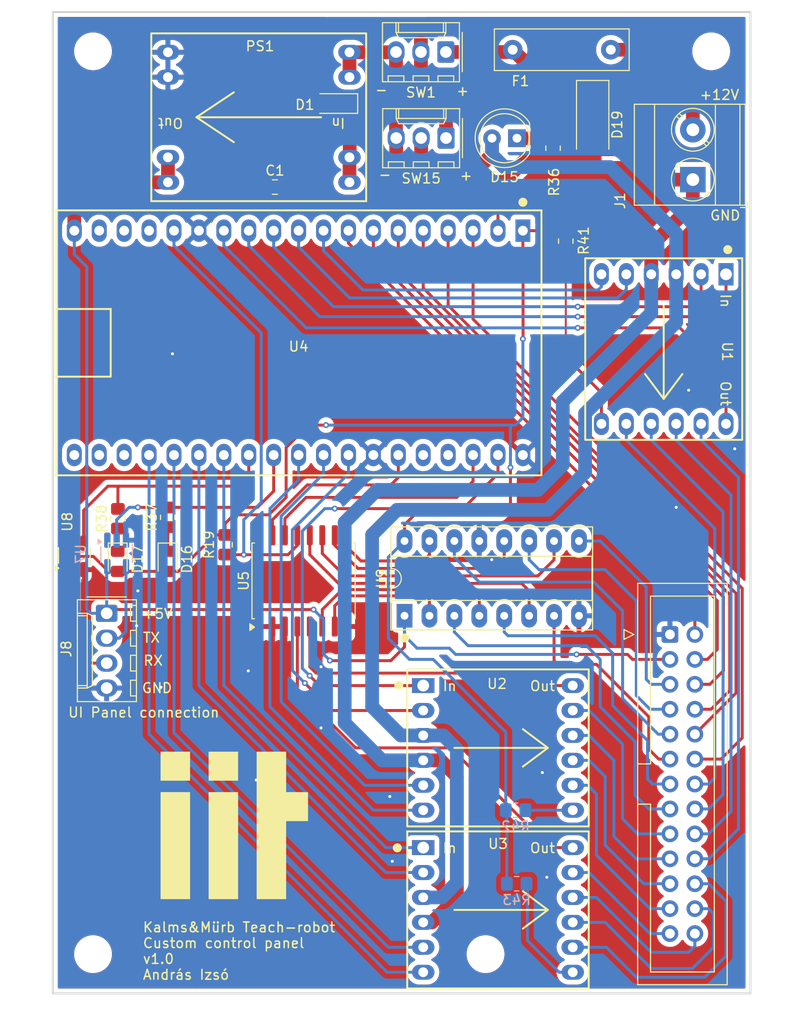
<source format=kicad_pcb>
(kicad_pcb (version 20240108) (generator "pcbnew") (generator_version "8.0")
  (layers (0 "F.Cu" signal) (31 "B.Cu" signal) (36 "B.SilkS" user "B.Silkscreen") (37 "F.SilkS" user "F.Silkscreen") (38 "B.Mask" user) (39 "F.Mask" user) (44 "Edge.Cuts" user))
  (net 0 "")
  (net 1 "GND")
  (net 2 "Net-(U4-RESET{slash}EN)")
  (net 3 "Net-(J1-Pin_2)")
  (net 6 "Net-(D1-A)")
  (net 7 "Net-(D1-K)")
  (net 8 "Net-(D15-K)")
  (net 9 "VCC")
  (net 10 "+3V3")
  (net 11 "Net-(D16-K)")
  (net 12 "Net-(D17-K)")
  (net 13 "+15V")
  (net 14 "GNDPWR")
  (net 15 "+5V")
  (net 16 "/UI_RX_5v")
  (net 17 "/UI_TX_5v")
  (net 18 "/Mot4_LIMIT_IN")
  (net 19 "/Mot3_OUT2")
  (net 20 "/Mot5_OUT2")
  (net 21 "/Mot3_LIMIT_IN")
  (net 22 "/Mot2_OUT2")
  (net 23 "/Mot1_LIMIT_IN")
  (net 24 "/Mot5_LIMIT_IN")
  (net 25 "/Mot1_OUT1")
  (net 26 "/Mot2_LIMIT_IN")
  (net 27 "/Mot6_OUT2")
  (net 28 "/Mot1_OUT2")
  (net 29 "/Mot4_OUT2")
  (net 30 "/Mot2_OUT1")
  (net 31 "/Mot5_OUT1")
  (net 32 "/Mot4_OUT1")
  (net 33 "/Mot3_OUT1")
  (net 34 "/Mot6_LIMIT_IN")
  (net 35 "/Mot6_OUT1")
  (net 36 "/UI_RX_3v3")
  (net 37 "/UI_TX_3v3")
  (net 38 "/Mot1_ENC")
  (net 39 "/Mot2_ENC")
  (net 40 "/Mot3_ENC")
  (net 41 "/Mot4_ENC")
  (net 42 "/Mot5_ENC")
  (net 43 "/Mot6_ENC")
  (net 44 "/Mot1_LIMIT")
  (net 45 "/Mot2_LIMIT")
  (net 46 "/extender_INT")
  (net 47 "/Mot3_LIMIT")
  (net 48 "/~{Sleep}_12")
  (net 49 "/~{Sleep}_34")
  (net 50 "/~{Sleep}_56")
  (net 51 "/Mot4_LIMIT")
  (net 52 "/Mot5_LIMIT")
  (net 53 "/Mot6_LIMIT")
  (net 54 "/mot2_B")
  (net 55 "/~{Fault}_12")
  (net 56 "/mot1_B")
  (net 57 "/mot2_A")
  (net 58 "/mot1_A")
  (net 59 "/mot4_B")
  (net 60 "/mot4_A")
  (net 61 "/mot3_B")
  (net 62 "/mot3_A")
  (net 63 "/~{Fault}_34")
  (net 64 "/mot6_B")
  (net 65 "/mot5_B")
  (net 66 "/mot6_A")
  (net 67 "/mot5_A")
  (net 68 "/~{Fault}_56")
  (net 72 "/SCL_3v3")
  (net 78 "/SDA_3v3")
  (footprint "IIT_5dof_arm:NodeMCU32S" (layer "F.Cu") (at 107.95 60.706 -90)
    (property "Reference" "U4")
    (property "Value" "~")
  )
  (footprint "MountingHole:MountingHole_3.2mm_M3" (layer "F.Cu") (at 87 123)
    (property "Reference" "REF**" (hide yes))
    (property "Value" "MountingHole_3.2mm_M3")
  )
  (footprint "Resistor_SMD:R_0805_2012Metric_Pad1.20x1.40mm_HandSolder" (layer "F.Cu") (at 100.457 81.28 90)
    (property "Reference" "R19")
    (property "Value" "10k")
  )
  (footprint "LED_SMD:LED_0805_2012Metric_Pad1.15x1.40mm_HandSolder" (layer "F.Cu") (at 94.5925 82.9695 -90)
    (property "Reference" "D16")
    (property "Value" "LED")
  )
  (footprint "MountingHole:MountingHole_3.2mm_M3" (layer "F.Cu") (at 127 123)
    (property "Reference" "REF**" (hide yes))
    (property "Value" "MountingHole_3.2mm_M3")
  )
  (footprint "Capacitor_THT:C_Rect_L13.5mm_W4.0mm_P10.00mm_FKS3_FKP3_MKS4" (layer "F.Cu") (at 139.7695 30.8385 180)
    (property "Reference" "F1")
    (property "Value" "30R500UF")
  )
  (footprint "IIT_5dof_arm:DSN-1504" (layer "F.Cu") (at 103.886 37.719 180)
    (property "Reference" "PS1")
    (property "Value" "~")
  )
  (footprint "Capacitor_SMD:C_0805_2012Metric_Pad1.18x1.45mm_HandSolder" (layer "F.Cu") (at 105.537 44.831)
    (property "Reference" "C1")
    (property "Value" "10nF")
  )
  (footprint "LED_SMD:LED_0805_2012Metric_Pad1.15x1.40mm_HandSolder" (layer "F.Cu") (at 89.5125 82.9695 -90)
    (property "Reference" "D17")
    (property "Value" "LED")
  )
  (footprint "IIT_5dof_arm:DRV8833-M" (layer "F.Cu") (at 145.161 61.341 -90)
    (property "Reference" "U1")
    (property "Value" "~")
  )
  (footprint "Resistor_SMD:R_0805_2012Metric_Pad1.20x1.40mm_HandSolder" (layer "F.Cu") (at 89.535 78.629 90)
    (property "Reference" "R38")
    (property "Value" "220")
  )
  (footprint "Resistor_SMD:R_0805_2012Metric_Pad1.20x1.40mm_HandSolder" (layer "F.Cu") (at 94.615 78.486 90)
    (property "Reference" "R37")
    (property "Value" "220")
  )
  (footprint "IIT_5dof_arm:IIT_logo_15x15mm" (layer "F.Cu") (at 101.3968 109.8804)
    (property "Reference" "G***" (hide yes))
    (property "Value" "LOGO" (hide yes))
  )
  (footprint "Diode_SMD:D_SOD-123F" (layer "F.Cu") (at 111.76 36.322 180)
    (property "Reference" "D1")
    (property "Value" "D_Schottky")
  )
  (footprint "Connector_IDC:IDC-Header_2x13_P2.54mm_Vertical" (layer "F.Cu") (at 145.796 90.424)
    (property "Reference" "J14" (hide yes))
    (property "Value" "Conn_02x13_Top_Bottom")
  )
  (footprint "Connector_Molex:Molex_KK-254_AE-6410-04A_1x04_P2.54mm_Vertical" (layer "F.Cu") (at 88.392 88.265 -90)
    (property "Reference" "J8")
    (property "Value" "Conn_01x04")
  )
  (footprint "TerminalBlock_Phoenix:TerminalBlock_Phoenix_MKDS-3-2-5.08_1x02_P5.08mm_Horizontal" (layer "F.Cu") (at 148.128 44.074 90)
    (property "Reference" "J1")
    (property "Value" "Screw_Terminal_01x02")
  )
  (footprint "Connector_Molex:Molex_KK-254_AE-6410-03A_1x03_P2.54mm_Vertical" (layer "F.Cu") (at 122.9585 31.0725 180)
    (property "Reference" "SW1")
    (property "Value" "SW_MAIN")
  )
  (footprint "IIT_5dof_arm:DRV8833-M" (layer "F.Cu") (at 128.27 101.981)
    (property "Reference" "U2")
    (property "Value" "~")
  )
  (footprint "Package_TO_SOT_SMD:SOT-23-5_HandSoldering" (layer "F.Cu") (at 85.09 82.47 90)
    (property "Reference" "U8")
    (property "Value" "SN74LV1T34DBV")
  )
  (footprint "Package_DIP:DIP-16_W7.62mm_Socket_LongPads" (layer "F.Cu") (at 118.745 88.519 90)
    (property "Reference" "U9")
    (property "Value" "4504")
  )
  (footprint "LED_THT:LED_D5.0mm" (layer "F.Cu") (at 130.2025 39.8555 180)
    (property "Reference" "D15")
    (property "Value" "LED")
  )
  (footprint "Diode_SMD:D_SMA_Handsoldering" (layer "F.Cu") (at 137.922 38.481 -90)
    (property "Reference" "D19")
    (property "Value" "SMAJ12A")
  )
  (footprint "MountingHole:MountingHole_3.2mm_M3" (layer "F.Cu") (at 87 31)
    (property "Reference" "REF**" (hide yes))
    (property "Value" "MountingHole_3.2mm_M3")
  )
  (footprint "Resistor_SMD:R_0805_2012Metric_Pad1.20x1.40mm_HandSolder" (layer "F.Cu") (at 133.8805 40.8715 -90)
    (property "Reference" "R36")
    (property "Value" "590")
  )
  (footprint "Package_SO:SOIC-16W_7.5x10.3mm_P1.27mm" (layer "F.Cu") (at 108.458 84.963 90)
    (property "Reference" "U5")
    (property "Value" "XL8574T")
  )
  (footprint "MountingHole:MountingHole_3.2mm_M3" (layer "F.Cu") (at 150 31)
    (property "Reference" "REF**" (hide yes))
    (property "Value" "MountingHole_3.2mm_M3")
  )
  (footprint "Connector_Molex:Molex_KK-254_AE-6410-03A_1x03_P2.54mm_Vertical" (layer "F.Cu") (at 122.9785 39.8355 180)
    (property "Reference" "SW15")
    (property "Value" "SW_MOT")
  )
  (footprint "Resistor_SMD:R_0805_2012Metric_Pad1.20x1.40mm_HandSolder" (layer "F.Cu") (at 135.1788 50.3428 -90)
    (property "Reference" "R41")
    (property "Value" "10k")
  )
  (footprint "IIT_5dof_arm:DRV8833-M" (layer "F.Cu") (at 128.27 118.491)
    (property "Reference" "U3")
    (property "Value" "~")
  )
  (footprint "Resistor_SMD:R_0805_2012Metric_Pad1.20x1.40mm_HandSolder" (layer "B.Cu") (at 130.064 108.331)
    (property "Reference" "R42")
    (property "Value" "10k")
  )
  (footprint "Resistor_SMD:R_0805_2012Metric_Pad1.20x1.40mm_HandSolder" (layer "B.Cu") (at 130.175 115.824)
    (property "Reference" "R43")
    (property "Value" "10k")
  )
  (footprint "Package_TO_SOT_SMD:SOT-23-5_HandSoldering" (layer "B.Cu") (at 89.408 82.169 -90)
    (property "Reference" "U7")
    (property "Value" "SN74LV1T34DBV")
  )
  (gr_circle (center 118.1608 95.6056) (end 118.570363 95.6056) (stroke (width 0.1)) (fill solid) (layer "F.SilkS"))
  (gr_circle (center 151.6888 51.2064) (end 152.098363 51.2064) (stroke (width 0.1)) (fill solid) (layer "F.SilkS"))
  (gr_circle (center 130.81 46.3804) (end 131.219563 46.3804) (stroke (width 0.1)) (fill solid) (layer "F.SilkS"))
  (gr_circle (center 118.0084 112.1664) (end 118.417963 112.1664) (stroke (width 0.1)) (fill solid) (layer "F.SilkS"))
  (gr_circle (center 118.7704 90.7796) (end 119.179963 90.7796) (stroke (width 0.1)) (fill solid) (layer "F.SilkS"))
  (gr_rect (start 82.9 27) (end 154 127) (stroke (width 0.2)) (fill none) (layer "Edge.Cuts"))
  (gr_text "UI Panel connection" (at 84.3788 98.9584 0) (layer "F.SilkS") (effects (font (size 1 1)) (justify left bottom)))
  (gr_text "RX" (at 92.0496 93.6752 0) (layer "F.SilkS") (effects (font (size 1 1)) (justify left bottom)))
  (gr_text "+12V" (at 148.7424 36.0172 0) (layer "F.SilkS") (effects (font (size 1 1)) (justify left bottom)))
  (gr_text "+" (at 124.3076 44.2468 0) (layer "F.SilkS") (effects (font (size 1 1)) (justify left bottom)))
  (gr_text "-" (at 116.0272 44.1452 0) (layer "F.SilkS") (effects (font (size 1 1)) (justify left bottom)))
  (gr_text "TX" (at 91.9988 91.3384 0) (layer "F.SilkS") (effects (font (size 1 1)) (justify left bottom)))
  (gr_text "-" (at 115.6716 35.5092 0) (layer "F.SilkS") (effects (font (size 1 1)) (justify left bottom)))
  (gr_text "+5V" (at 91.948 88.9 0) (layer "F.SilkS") (effects (font (size 1 1)) (justify left bottom)))
  (gr_text "Kalms&Mürb Teach-robot\nCustom control panel\nv1.0\nAndrás Izsó" (at 91.9988 125.6792 0) (layer "F.SilkS") (effects (font (size 1 1)) (justify left bottom)))
  (gr_text "GND" (at 91.8972 96.4692 0) (layer "F.SilkS") (effects (font (size 1 1)) (justify left bottom)))
  (gr_text "GND" (at 149.8092 48.3108 0) (layer "F.SilkS") (effects (font (size 1 1)) (justify left bottom)))
  (gr_text "+" (at 123.952 35.6108 0) (layer "F.SilkS") (effects (font (size 1 1)) (justify left bottom)))
  (segment (start 110.236 93.711) (end 110.236 92.583) (width 0.3) (layer "F.Cu") (net 1))
  (segment (start 146.431 77.47) (end 152.4 71.501) (width 0.3) (layer "F.Cu") (net 1))
  (segment (start 110.236 92.583) (end 110.998 91.821) (width 0.3) (layer "F.Cu") (net 1))
  (segment (start 110.998 91.821) (end 112.395 91.821) (width 0.3) (layer "F.Cu") (net 1))
  (segment (start 112.903 91.313) (end 112.903 89.613) (width 0.3) (layer "F.Cu") (net 1))
  (segment (start 112.395 91.821) (end 112.903 91.313) (width 0.3) (layer "F.Cu") (net 1))
  (via (at 103.632 105.2576) (size 0.6) (drill 0.3) (layers "F.Cu" "B.Cu") (net 1))
  (via (at 146.431 77.47) (size 0.6) (drill 0.3) (layers "F.Cu" "B.Cu") (net 1))
  (via (at 133.2484 115.1636) (size 0.6) (drill 0.3) (layers "F.Cu" "B.Cu") (net 1))
  (via (at 147.701 65.532) (size 0.6) (drill 0.3) (layers "F.Cu" "B.Cu") (net 1))
  (via (at 91.44 89.535) (size 0.6) (drill 0.3) (layers "F.Cu" "B.Cu") (net 1))
  (via (at 127.635 82.804) (size 0.6) (drill 0.3) (layers "F.Cu" "B.Cu") (net 1))
  (via (at 117.5004 113.538) (size 0.6) (drill 0.3) (layers "F.Cu" "B.Cu") (net 1))
  (via (at 102.8192 94.1324) (size 0.6) (drill 0.3) (layers "F.Cu" "B.Cu") (net 1))
  (via (at 110.236 99.949) (size 0.6) (drill 0.3) (layers "F.Cu" "B.Cu") (net 1))
  (via (at 91.567 85.979) (size 0.6) (drill 0.3) (layers "F.Cu" "B.Cu") (net 1))
  (via (at 95.0976 61.8236) (size 0.6) (drill 0.3) (layers "F.Cu" "B.Cu") (net 1))
  (via (at 152.4 71.501) (size 0.6) (drill 0.3) (layers "F.Cu" "B.Cu") (net 1))
  (via (at 110.236 93.711) (size 0.6) (drill 0.3) (layers "F.Cu" "B.Cu") (net 1))
  (via (at 132.7912 104.4956) (size 0.6) (drill 0.3) (layers "F.Cu" "B.Cu") (net 1))
  (via (at 117.2464 106.934) (size 0.6) (drill 0.3) (layers "F.Cu" "B.Cu") (net 1))
  (via (at 93.9292 95.8088) (size 0.6) (drill 0.3) (layers "F.Cu" "B.Cu") (net 1))
  (segment (start 110.236 93.711) (end 110.236 99.949) (width 0.3) (layer "B.Cu") (net 1))
  (segment (start 110.236 99.949) (end 110.236 99.441) (width 0.3) (layer "B.Cu") (net 1))
  (segment (start 109.855 46.863) (end 127.635 46.863) (width 0.3) (layer "F.Cu") (net 2))
  (segment (start 128.27 47.498) (end 128.27 49.276) (width 0.3) (layer "F.Cu") (net 2))
  (segment (start 107.823 44.831) (end 109.855 46.863) (width 0.3) (layer "F.Cu") (net 2))
  (segment (start 127.635 46.863) (end 128.27 47.498) (width 0.3) (layer "F.Cu") (net 2))
  (segment (start 106.5745 44.831) (end 107.823 44.831) (width 0.3) (layer "F.Cu") (net 2))
  (segment (start 143.8685 30.8385) (end 148.128 35.098) (width 1.4) (layer "F.Cu") (net 3))
  (segment (start 148.128 35.098) (end 148.128 38.994) (width 1.4) (layer "F.Cu") (net 3))
  (segment (start 139.7695 30.8385) (end 143.8685 30.8385) (width 1.4) (layer "F.Cu") (net 3))
  (segment (start 120.4185 28.9785) (end 119.888 28.448) (width 1.4) (layer "F.Cu") (net 6))
  (segment (start 120.4185 31.0725) (end 120.4185 33.6775) (width 1.4) (layer "F.Cu") (net 6))
  (segment (start 110.36 29.721) (end 110.36 36.322) (width 1.4) (layer "F.Cu") (net 6))
  (segment (start 122.9785 36.2375) (end 122.9785 39.8355) (width 1.4) (layer "F.Cu") (net 6))
  (segment (start 120.4185 33.6775) (end 122.9785 36.2375) (width 1.4) (layer "F.Cu") (net 6))
  (segment (start 120.4185 31.0725) (end 120.4185 28.9785) (width 1.4) (layer "F.Cu") (net 6))
  (segment (start 119.888 28.448) (end 111.633 28.448) (width 1.4) (layer "F.Cu") (net 6))
  (segment (start 111.633 28.448) (end 110.36 29.721) (width 1.4) (layer "F.Cu") (net 6))
  (segment (start 113.16 41.78) (end 113.16 36.322) (width 1.4) (layer "F.Cu") (net 7))
  (segment (start 113.136 41.804) (end 113.16 41.78) (width 1.4) (layer "F.Cu") (net 7))
  (segment (start 113.136 44.344) (end 113.136 41.804) (width 1.4) (layer "F.Cu") (net 7))
  (segment (start 130.2185 39.8715) (end 130.2025 39.8555) (width 1.4) (layer "F.Cu") (net 8))
  (segment (start 133.8805 39.8715) (end 130.2185 39.8715) (width 1.4) (layer "F.Cu") (net 8))
  (segment (start 120.4385 39.8355) (end 120.4385 41.5715) (width 1.4) (layer "F.Cu") (net 9))
  (segment (start 126.746 42.418) (end 127.6625 41.5015) (width 1.4) (layer "F.Cu") (net 9))
  (segment (start 127.6625 41.5015) (end 127.6625 39.8555) (width 1.4) (layer "F.Cu") (net 9))
  (segment (start 120.4385 41.5715) (end 121.285 42.418) (width 1.4) (layer "F.Cu") (net 9))
  (segment (start 121.285 42.418) (end 126.746 42.418) (width 1.4) (layer "F.Cu") (net 9))
  (segment (start 127.6625 39.8555) (end 127.6625 41.5565) (width 1.4) (layer "B.Cu") (net 9))
  (segment (start 146.431 53.721) (end 146.431 58.609577) (width 1.4) (layer "B.Cu") (net 9))
  (segment (start 118.364 100.711) (end 120.65 100.711) (width 1.4) (layer "B.Cu") (net 9))
  (segment (start 128.905 42.799) (end 139.7 42.799) (width 1.4) (layer "B.Cu") (net 9))
  (segment (start 137.149 73.925) (end 133.35 77.724) (width 1.4) (layer "B.Cu") (net 9))
  (segment (start 120.65 100.711) (end 122.682 100.711) (width 1.4) (layer "B.Cu") (net 9))
  (segment (start 122.555 117.221) (end 120.65 117.221) (width 1.4) (layer "B.Cu") (net 9))
  (segment (start 115.443 97.79) (end 118.364 100.711) (width 1.4) (layer "B.Cu") (net 9))
  (segment (start 122.682 100.711) (end 124.079 102.108) (width 1.4) (layer "B.Cu") (net 9))
  (segment (start 139.7 42.799) (end 146.431 49.53) (width 1.4) (layer "B.Cu") (net 9))
  (segment (start 124.079 102.108) (end 124.079 115.697) (width 1.4) (layer "B.Cu") (net 9))
  (segment (start 137.149 67.891577) (end 137.149 73.925) (width 1.4) (layer "B.Cu") (net 9))
  (segment (start 115.443 80.264) (end 115.443 97.79) (width 1.4) (layer "B.Cu") (net 9))
  (segment (start 133.35 77.724) (end 117.983 77.724) (width 1.4) (layer "B.Cu") (net 9))
  (segment (start 146.431 58.609577) (end 137.149 67.891577) (width 1.4) (layer "B.Cu") (net 9))
  (segment (start 127.6625 41.5565) (end 128.905 42.799) (width 1.4) (layer "B.Cu") (net 9))
  (segment (start 124.079 115.697) (end 122.555 117.221) (width 1.4) (layer "B.Cu") (net 9))
  (segment (start 117.983 77.724) (end 115.443 80.264) (width 1.4) (layer "B.Cu") (net 9))
  (segment (start 146.431 49.53) (end 146.431 53.721) (width 1.4) (layer "B.Cu") (net 9))
  (segment (start 130.81 53.483) (end 130.81 49.276) (width 0.3) (layer "F.Cu") (net 10))
  (segment (start 129.54 77.216) (end 128.524 78.232) (width 0.3) (layer "F.Cu") (net 10))
  (segment (start 100.457 80.28) (end 100.457 79.121) (width 0.3) (layer "F.Cu") (net 10))
  (segment (start 118.745 79.248) (end 118.745 80.899) (width 0.3) (layer "F.Cu") (net 10))
  (segment (start 84.582 82.47) (end 84.14 82.028) (width 0.3) (layer "F.Cu") (net 10))
  (segment (start 128.524 78.232) (end 119.761 78.232) (width 0.3) (layer "F.Cu") (net 10))
  (segment (start 108.966 69.088) (end 110.744 69.088) (width 0.3) (layer "F.Cu") (net 10))
  (segment (start 119.761 78.232) (end 118.745 79.248) (width 0.3) (layer "F.Cu") (net 10))
  (segment (start 95.7105 83.9945) (end 99.425 80.28) (width 0.3) (layer "F.Cu") (net 10))
  (segment (start 130.81 60.2996) (end 130.826 60.2836) (width 0.3) (layer "F.Cu") (net 10))
  (segment (start 104.013 80.313) (end 104.013 78.994) (width 0.3) (layer "F.Cu") (net 10))
  (segment (start 88.5665 83.9945) (end 87.042 82.47) (width 0.3) (layer "F.Cu") (net 10))
  (segment (start 99.425 80.28) (end 100.457 80.28) (width 0.3) (layer "F.Cu") (net 10))
  (segment (start 104.9655 78.1685) (end 106.68 76.454) (width 0.3) (layer "F.Cu") (net 10))
  (segment (start 89.5125 83.9945) (end 94.5925 83.9945) (width 0.3) (layer "F.Cu") (net 10))
  (segment (start 130.81 49.276) (end 135.112 49.276) (width 0.3) (layer "F.Cu") (net 10))
  (segment (start 106.68 76.454) (end 106.68 71.374) (width 0.3) (layer "F.Cu") (net 10))
  (segment (start 104.013 78.994) (end 104.013 78.232) (width 0.3) (layer "F.Cu") (net 10))
  (segment (start 104.902 78.232) (end 104.9655 78.1685) (width 0.3) (layer "F.Cu") (net 10))
  (segment (start 87.042 82.47) (end 84.582 82.47) (width 0.3) (layer "F.Cu") (net 10))
  (segment (start 94.5925 83.9945) (end 95.7105 83.9945) (width 0.3) (layer "F.Cu") (net 10))
  (segment (start 130.826 60.2836) (end 130.826 53.499) (width 0.3) (layer "F.Cu") (net 10))
  (segment (start 130.826 53.499) (end 130.81 53.483) (width 0.3) (layer "F.Cu") (net 10))
  (segment (start 130.794 49.292) (end 130.81 49.276) (width 0.3) (layer "F.Cu") (net 10))
  (segment (start 129.54 73.406) (end 129.54 77.216) (width 0.3) (layer "F.Cu") (net 10))
  (segment (start 101.346 78.232) (end 104.013 78.232) (width 0.3) (layer "F.Cu") (net 10))
  (segment (start 100.457 79.121) (end 101.346 78.232) (width 0.3) (layer "F.Cu") (net 10))
  (segment (start 89.5125 83.9945) (end 88.5665 83.9945) (width 0.3) (layer "F.Cu") (net 10))
  (segment (start 106.68 71.374) (end 108.966 69.088) (width 0.3) (layer "F.Cu") (net 10))
  (segment (start 135.112 49.276) (end 135.1788 49.3428) (width 0.3) (layer "F.Cu") (net 10))
  (segment (start 84.14 82.028) (end 84.14 81.12) (width 0.3) (layer "F.Cu") (net 10))
  (segment (start 104.013 78.232) (end 104.902 78.232) (width 0.3) (layer "F.Cu") (net 10))
  (segment (start 131.207 49.673) (end 130.81 49.276) (width 0.3) (layer "F.Cu") (net 10))
  (via (at 110.744 69.088) (size 0.6) (drill 0.3) (layers "F.Cu" "B.Cu") (net 10))
  (via (at 129.54 73.406) (size 0.6) (drill 0.3) (layers "F.Cu" "B.Cu") (net 10))
  (via (at 130.81 60.2996) (size 0.6) (drill 0.3) (layers "F.Cu" "B.Cu") (net 10))
  (segment (start 130.048 69.088) (end 129.794 69.088) (width 0.3) (layer "B.Cu") (net 10))
  (segment (start 130.81 60.2996) (end 130.81 68.326) (width 0.3) (layer "B.Cu") (net 10))
  (segment (start 118.745 80.899) (end 117.094 82.55) (width 0.3) (layer "B.Cu") (net 10))
  (segment (start 129.175 115.824) (end 129.175 108.442) (width 0.3) (layer "B.Cu") (net 10))
  (segment (start 129.54 73.406) (end 129.54 69.088) (width 0.3) (layer "B.Cu") (net 10))
  (segment (start 129.048 108.347) (end 129.064 108.331) (width 0.3) (layer "B.Cu") (net 10))
  (segment (start 110.744 69.088) (end 129.794 69.088) (width 0.3) (layer "B.Cu") (net 10))
  (segment (start 130.81 68.326) (end 130.048 69.088) (width 0.3) (layer "B.Cu") (net 10))
  (segment (start 129.064 100.362) (end 129.064 108.331) (width 0.3) (layer "B.Cu") (net 10))
  (segment (start 119.253 92.964) (end 121.666 92.964) (width 0.3) (layer "B.Cu") (net 10))
  (segment (start 117.094 90.805) (end 119.253 92.964) (width 0.3) (layer "B.Cu") (net 10))
  (segment (start 117.094 82.55) (end 117.094 90.805) (width 0.3) (layer "B.Cu") (net 10))
  (segment (start 129.175 108.442) (end 129.064 108.331) (width 0.3) (layer "B.Cu") (net 10))
  (segment (start 129.54 69.088) (end 129.794 69.088) (width 0.3) (layer "B.Cu") (net 10))
  (segment (start 121.666 92.964) (end 129.064 100.362) (width 0.3) (layer "B.Cu") (net 10))
  (segment (start 94.615 79.486) (end 94.615 81.922) (width 0.3) (layer "F.Cu") (net 11))
  (segment (start 94.615 81.922) (end 94.5925 81.9445) (width 0.3) (layer "F.Cu") (net 11))
  (segment (start 89.535 81.922) (end 89.5125 81.9445) (width 0.3) (layer "F.Cu") (net 12))
  (segment (start 89.535 79.629) (end 89.535 81.922) (width 0.3) (layer "F.Cu") (net 12))
  (segment (start 129.5355 31.0725) (end 129.7695 30.8385) (width 1.4) (layer "F.Cu") (net 13))
  (segment (start 137.922 35.981) (end 134.912 35.981) (width 1.4) (layer "F.Cu") (net 13))
  (segment (start 134.912 35.981) (end 129.7695 30.8385) (width 1.4) (layer "F.Cu") (net 13))
  (segment (start 122.9585 31.0725) (end 129.5355 31.0725) (width 1.4) (layer "F.Cu") (net 13))
  (segment (start 117.8785 31.0725) (end 117.8785 39.8155) (width 1.4) (layer "F.Cu") (net 14))
  (segment (start 141.311 40.981) (end 144.404 44.074) (width 1.4) (layer "F.Cu") (net 14))
  (segment (start 137.0315 41.8715) (end 137.922 40.981) (width 1.4) (layer "F.Cu") (net 14))
  (segment (start 143.891 50.8) (end 143.891 53.721) (width 1.4) (layer "F.Cu") (net 14))
  (segment (start 117.8985 39.8355) (end 117.8985 41.8805) (width 1.4) (layer "F.Cu") (net 14))
  (segment (start 148.128 44.074) (end 148.128 46.563) (width 1.4) (layer "F.Cu") (net 14))
  (segment (start 124.079 104.902) (end 124.079 117.221) (width 1.4) (layer "F.Cu") (net 14))
  (segment (start 113.136 31.094) (end 113.136 33.634) (width 1.4) (layer "F.Cu") (net 14))
  (segment (start 120.341 44.323) (end 128.778 44.323) (width 1.4) (layer "F.Cu") (net 14))
  (segment (start 117.8985 41.8805) (end 120.341 44.323) (width 1.4) (layer "F.Cu") (net 14))
  (segment (start 137.922 40.981) (end 141.311 40.981) (width 1.4) (layer "F.Cu") (net 14))
  (segment (start 117.8785 39.8155) (end 117.8985 39.8355) (width 1.4) (layer "F.Cu") (net 14))
  (segment (start 124.079 117.221) (end 121.539 119.761) (width 1.4) (layer "F.Cu") (net 14))
  (segment (start 144.404 44.074) (end 148.128 44.074) (width 1.4) (layer "F.Cu") (net 14))
  (segment (start 148.128 46.563) (end 143.891 50.8) (width 1.4) (layer "F.Cu") (net 14))
  (segment (start 120.65 103.251) (end 122.428 103.251) (width 1.4) (layer "F.Cu") (net 14))
  (segment (start 131.2295 41.8715) (end 133.8805 41.8715) (width 1.4) (layer "F.Cu") (net 14))
  (segment (start 121.539 119.761) (end 120.65 119.761) (width 1.4) (layer "F.Cu") (net 14))
  (segment (start 122.428 103.251) (end 124.079 104.902) (width 1.4) (layer "F.Cu") (net 14))
  (segment (start 128.778 44.323) (end 131.2295 41.8715) (width 1.4) (layer "F.Cu") (net 14))
  (segment (start 113.136 31.094) (end 117.857 31.094) (width 1.4) (layer "F.Cu") (net 14))
  (segment (start 133.8805 41.8715) (end 137.0315 41.8715) (width 1.4) (layer "F.Cu") (net 14))
  (segment (start 117.857 31.094) (end 117.8785 31.0725) (width 1.4) (layer "F.Cu") (net 14))
  (segment (start 143.891 53.721) (end 143.891 57.658) (width 1.4) (layer "B.Cu") (net 14))
  (segment (start 112.649 78.994) (end 112.649 99.441) (width 1.4) (layer "B.Cu") (net 14))
  (segment (start 112.649 99.441) (end 116.459 103.251) (width 1.4) (layer "B.Cu") (net 14))
  (segment (start 134.874 73.152) (end 132.334 75.692) (width 1.4) (layer "B.Cu") (net 14))
  (segment (start 116.459 103.251) (end 120.65 103.251) (width 1.4) (layer "B.Cu") (net 14))
  (segment (start 115.951 75.692) (end 112.649 78.994) (width 1.4) (layer "B.Cu") (net 14))
  (segment (start 134.874 66.675) (end 134.874 73.152) (width 1.4) (layer "B.Cu") (net 14))
  (segment (start 132.334 75.692) (end 115.951 75.692) (width 1.4) (layer "B.Cu") (net 14))
  (segment (start 143.891 57.658) (end 134.874 66.675) (width 1.4) (layer "B.Cu") (net 14))
  (segment (start 111.14012 93.07588) (end 111.15524 93.091) (width 0.3) (layer "F.Cu") (net 15))
  (segment (start 117.348 93.091) (end 118.745 91.694) (width 0.3) (layer "F.Cu") (net 15))
  (segment (start 94.636 44.344) (end 94.636 41.804) (width 1.4) (layer "F.Cu") (net 15))
  (segment (start 94.636 44.344) (end 87.863 44.344) (width 1.4) (layer "F.Cu") (net 15))
  (segment (start 85.09 47.117) (end 85.09 49.276) (width 1.4) (layer "F.Cu") (net 15))
  (segment (start 109.474 87.884) (end 88.392 87.884) (width 0.3) (layer "F.Cu") (net 15))
  (segment (start 145.796 92.964) (end 141.986 92.964) (width 0.3) (layer "F.Cu") (net 15))
  (segment (start 141.478 92.456) (end 136.271 92.456) (width 0.3) (layer "F.Cu") (net 15))
  (segment (start 87.863 44.344) (end 85.09 47.117) (width 1.4) (layer "F.Cu") (net 15))
  (segment (start 141.986 92.964) (end 141.478 92.456) (width 0.3) (layer "F.Cu") (net 15))
  (segment (start 111.15524 93.091) (end 117.348 93.091) (width 0.3) (layer "F.Cu") (net 15))
  (segment (start 118.745 91.694) (end 118.745 88.519) (width 0.3) (layer "F.Cu") (net 15))
  (segment (start 88.392 87.884) (end 88.392 88.265) (width 0.3) (layer "F.Cu") (net 15))
  (via (at 111.14012 93.07588) (size 0.6) (drill 0.3) (layers "F.Cu" "B.Cu") (net 15))
  (via (at 136.271 92.456) (size 0.6) (drill 0.3) (layers "F.Cu" "B.Cu") (net 15))
  (via (at 109.474 87.884) (size 0.6) (drill 0.3) (layers "F.Cu" "B.Cu") (net 15))
  (segment (start 86.36 52.959) (end 86.36 87.884) (width 0.3) (layer "B.Cu") (net 15))
  (segment (start 123.317 91.821) (end 120.015 91.821) (width 0.3) (layer "B.Cu") (net 15))
  (segment (start 85.09 49.276) (end 85.09 51.689) (width 0.3) (layer "B.Cu") (net 15))
  (segment (start 86.36 87.884) (end 86.741 88.265) (width 0.3) (layer "B.Cu") (net 15))
  (segment (start 85.09 51.689) (end 86.36 52.959) (width 0.3) (layer "B.Cu") (net 15))
  (segment (start 88.392 88.265) (end 88.392 83.585) (width 0.3) (layer "B.Cu") (net 15))
  (segment (start 110.49 88.9) (end 109.474 87.884) (width 0.3) (layer "B.Cu") (net 15))
  (segment (start 136.271 92.456) (end 123.952 92.456) (width 0.3) (layer "B.Cu") (net 15))
  (segment (start 88.392 83.585) (end 88.458 83.519) (width 0.3) (layer "B.Cu") (net 15))
  (segment (start 120.015 91.821) (end 118.745 90.551) (width 0.3) (layer "B.Cu") (net 15))
  (segment (start 86.741 88.265) (end 88.392 88.265) (width 0.3) (layer "B.Cu") (net 15))
  (segment (start 123.952 92.456) (end 123.317 91.821) (width 0.3) (layer "B.Cu") (net 15))
  (segment (start 110.49 92.42576) (end 110.49 88.9) (width 0.3) (layer "B.Cu") (net 15))
  (segment (start 118.745 90.551) (end 118.745 88.519) (width 0.3) (layer "B.Cu") (net 15))
  (segment (start 111.14012 93.07588) (end 110.49 92.42576) (width 0.3) (layer "B.Cu") (net 15))
  (segment (start 85.09 83.82) (end 85.09 91.567) (width 0.3) (layer "F.Cu") (net 16))
  (segment (start 86.868 93.345) (end 88.392 93.345) (width 0.3) (layer "F.Cu") (net 16))
  (segment (start 85.09 91.567) (end 86.868 93.345) (width 0.3) (layer "F.Cu") (net 16))
  (segment (start 90.358 90.109) (end 90.358 83.519) (width 0.3) (layer "B.Cu") (net 17))
  (segment (start 88.392 90.805) (end 89.662 90.805) (width 0.3) (layer "B.Cu") (net 17))
  (segment (start 89.662 90.805) (end 90.358 90.109) (width 0.3) (layer "B.Cu") (net 17))
  (segment (start 143.891 95.504) (end 143.383 94.996) (width 0.3) (layer "B.Cu") (net 18))
  (segment (start 145.796 95.504) (end 143.891 95.504) (width 0.3) (layer "B.Cu") (net 18))
  (segment (start 143.383 94.996) (end 143.383 85.598) (width 0.3) (layer "B.Cu") (net 18))
  (segment (start 143.383 85.598) (end 138.684 80.899) (width 0.3) (layer "B.Cu") (net 18))
  (segment (start 138.684 80.899) (end 136.525 80.899) (width 0.3) (layer "B.Cu") (net 18))
  (segment (start 135.89 103.251) (end 137.541 103.251) (width 0.3) (layer "B.Cu") (net 19))
  (segment (start 143.129 115.824) (end 145.796 115.824) (width 0.3) (layer "B.Cu") (net 19))
  (segment (start 137.541 103.251) (end 139.192 104.902) (width 0.3) (layer "B.Cu") (net 19))
  (segment (start 139.192 104.902) (end 139.192 111.887) (width 0.3) (layer "B.Cu") (net 19))
  (segment (start 139.192 111.887) (end 143.129 115.824) (width 0.3) (layer "B.Cu") (net 19))
  (segment (start 143.891 124.46) (end 148.082 124.46) (width 0.3) (layer "B.Cu") (net 20))
  (segment (start 148.082 124.46) (end 150.241 122.301) (width 0.3) (layer "B.Cu") (net 20))
  (segment (start 150.241 118.872) (end 149.733 118.364) (width 0.3) (layer "B.Cu") (net 20))
  (segment (start 139.192 119.761) (end 143.891 124.46) (width 0.3) (layer "B.Cu") (net 20))
  (segment (start 135.89 119.761) (end 139.192 119.761) (width 0.3) (layer "B.Cu") (net 20))
  (segment (start 149.733 118.364) (end 148.336 118.364) (width 0.3) (layer "B.Cu") (net 20))
  (segment (start 150.241 122.301) (end 150.241 118.872) (width 0.3) (layer "B.Cu") (net 20))
  (segment (start 138.303 93.472) (end 143.637 98.806) (width 0.3) (layer "F.Cu") (net 21))
  (segment (start 144.653 103.124) (end 145.796 103.124) (width 0.3) (layer "F.Cu") (net 21))
  (segment (start 143.637 102.108) (end 144.653 103.124) (width 0.3) (layer "F.Cu") (net 21))
  (segment (start 133.985 93.091) (end 134.366 93.472) (width 0.3) (layer "F.Cu") (net 21))
  (segment (start 133.985 88.519) (end 133.985 93.091) (width 0.3) (layer "F.Cu") (net 21))
  (segment (start 134.366 93.472) (end 138.303 93.472) (width 0.3) (layer "F.Cu") (net 21))
  (segment (start 143.637 98.806) (end 143.637 102.108) (width 0.3) (layer "F.Cu") (net 21))
  (segment (start 149.733 113.284) (end 148.336 113.284) (width 0.3) (layer "B.Cu") (net 22))
  (segment (start 152.781 74.422) (end 152.781 110.236) (width 0.3) (layer "B.Cu") (net 22))
  (segment (start 148.971 68.961) (end 148.971 70.612) (width 0.3) (layer "B.Cu") (net 22))
  (segment (start 152.781 110.236) (end 149.733 113.284) (width 0.3) (layer "B.Cu") (net 22))
  (segment (start 148.971 70.612) (end 152.781 74.422) (width 0.3) (layer "B.Cu") (net 22))
  (segment (start 138.684 97.79) (end 142.24 101.346) (width 0.3) (layer "B.Cu") (net 23))
  (segment (start 137.287 91.567) (end 138.684 92.964) (width 0.3) (layer "B.Cu") (net 23))
  (segment (start 143.637 108.204) (end 145.796 108.204) (width 0.3) (layer "B.Cu") (net 23))
  (segment (start 123.825 90.17) (end 125.222 91.567) (width 0.3) (layer "B.Cu") (net 23))
  (segment (start 142.24 106.807) (end 143.637 108.204) (width 0.3) (layer "B.Cu") (net 23))
  (segment (start 125.222 91.567) (end 137.287 91.567) (width 0.3) (layer "B.Cu") (net 23))
  (segment (start 138.684 92.964) (end 138.684 97.79) (width 0.3) (layer "B.Cu") (net 23))
  (segment (start 142.24 101.346) (end 142.24 106.807) (width 0.3) (layer "B.Cu") (net 23))
  (segment (start 123.825 88.519) (end 123.825 90.17) (width 0.3) (layer "B.Cu") (net 23))
  (segment (start 142.367 86.995) (end 139.192 83.82) (width 0.3) (layer "B.Cu") (net 24))
  (segment (start 143.764 98.044) (end 142.367 96.647) (width 0.3) (layer "B.Cu") (net 24))
  (segment (start 131.445 82.804) (end 131.445 80.899) (width 0.3) (layer "B.Cu") (net 24))
  (segment (start 132.461 83.82) (end 131.445 82.804) (width 0.3) (layer "B.Cu") (net 24))
  (segment (start 139.192 83.82) (end 132.461 83.82) (width 0.3) (layer "B.Cu") (net 24))
  (segment (start 142.367 96.647) (end 142.367 86.995) (width 0.3) (layer "B.Cu") (net 24))
  (segment (start 145.796 98.044) (end 143.764 98.044) (width 0.3) (layer "B.Cu") (net 24))
  (segment (start 149.733 105.664) (end 150.368 105.029) (width 0.3) (layer "B.Cu") (net 25))
  (segment (start 141.351 70.612) (end 141.351 68.961) (width 0.3) (layer "B.Cu") (net 25))
  (segment (start 148.336 105.664) (end 149.733 105.664) (width 0.3) (layer "B.Cu") (net 25))
  (segment (start 150.368 79.629) (end 141.351 70.612) (width 0.3) (layer "B.Cu") (net 25))
  (segment (start 150.368 105.029) (end 150.368 79.629) (width 0.3) (layer "B.Cu") (net 25))
  (segment (start 128.905 90.17) (end 128.905 88.519) (width 0.3) (layer "B.Cu") (net 26))
  (segment (start 145.796 105.664) (end 144.018 105.664) (width 0.3) (layer "B.Cu") (net 26))
  (segment (start 144.018 105.664) (end 143.51 105.156) (width 0.3) (layer "B.Cu") (net 26))
  (segment (start 129.286 90.551) (end 128.905 90.17) (width 0.3) (layer "B.Cu") (net 26))
  (segment (start 143.51 101.219) (end 139.954 97.663) (width 0.3) (layer "B.Cu") (net 26))
  (segment (start 143.51 105.156) (end 143.51 101.219) (width 0.3) (layer "B.Cu") (net 26))
  (segment (start 139.954 92.329) (end 138.176 90.551) (width 0.3) (layer "B.Cu") (net 26))
  (segment (start 139.954 97.663) (end 139.954 92.329) (width 0.3) (layer "B.Cu") (net 26))
  (segment (start 138.176 90.551) (end 129.286 90.551) (width 0.3) (layer "B.Cu") (net 26))
  (segment (start 135.89 114.681) (end 137.541 114.681) (width 0.3) (layer "B.Cu") (net 27))
  (segment (start 137.541 114.681) (end 143.764 120.904) (width 0.3) (layer "B.Cu") (net 27))
  (segment (start 143.764 120.904) (end 145.796 120.904) (width 0.3) (layer "B.Cu") (net 27))
  (segment (start 149.733 108.204) (end 148.336 108.204) (width 0.3) (layer "B.Cu") (net 28))
  (segment (start 143.891 70.612) (end 151.209065 77.930065) (width 0.3) (layer "B.Cu") (net 28))
  (segment (start 151.209065 77.930065) (end 151.209065 106.727935) (width 0.3) (layer "B.Cu") (net 28))
  (segment (start 151.209065 106.727935) (end 149.733 108.204) (width 0.3) (layer "B.Cu") (net 28))
  (segment (start 143.891 68.961) (end 143.891 70.612) (width 0.3) (layer "B.Cu") (net 28))
  (segment (start 135.89 98.171) (end 137.541 98.171) (width 0.3) (layer "B.Cu") (net 29))
  (segment (start 140.97 109.22) (end 142.494 110.744) (width 0.3) (layer "B.Cu") (net 29))
  (segment (start 137.541 98.171) (end 140.97 101.6) (width 0.3) (layer "B.Cu") (net 29))
  (segment (start 142.494 110.744) (end 145.796 110.744) (width 0.3) (layer "B.Cu") (net 29))
  (segment (start 140.97 101.6) (end 140.97 109.22) (width 0.3) (layer "B.Cu") (net 29))
  (segment (start 152.019 76.2) (end 146.431 70.612) (width 0.3) (layer "B.Cu") (net 30))
  (segment (start 149.733 110.744) (end 152.019 108.458) (width 0.3) (layer "B.Cu") (net 30))
  (segment (start 146.431 70.612) (end 146.431 68.961) (width 0.3) (layer "B.Cu") (net 30))
  (segment (start 148.336 110.744) (end 149.733 110.744) (width 0.3) (layer "B.Cu") (net 30))
  (segment (start 152.019 108.458) (end 152.019 76.2) (width 0.3) (layer "B.Cu") (net 30))
  (segment (start 149.733 115.824) (end 148.336 115.824) (width 0.3) (layer "B.Cu") (net 31))
  (segment (start 139.319 122.301) (end 142.367 125.349) (width 0.3) (layer "B.Cu") (net 31))
  (segment (start 135.89 122.301) (end 139.319 122.301) (width 0.3) (layer "B.Cu") (net 31))
  (segment (start 151.511 123.19) (end 151.511 117.602) (width 0.3) (layer "B.Cu") (net 31))
  (segment (start 149.352 125.349) (end 151.511 123.19) (width 0.3) (layer "B.Cu") (net 31))
  (segment (start 142.367 125.349) (end 149.352 125.349) (width 0.3) (layer "B.Cu") (net 31))
  (segment (start 151.511 117.602) (end 149.733 115.824) (width 0.3) (layer "B.Cu") (net 31))
  (segment (start 137.541 100.711) (end 135.89 100.711) (width 0.3) (layer "B.Cu") (net 32))
  (segment (start 145.796 113.284) (end 142.367 113.284) (width 0.3) (layer "B.Cu") (net 32))
  (segment (start 142.367 113.284) (end 140.081 110.998) (width 0.3) (layer "B.Cu") (net 32))
  (segment (start 140.081 103.251) (end 137.541 100.711) (width 0.3) (layer "B.Cu") (net 32))
  (segment (start 140.081 110.998) (end 140.081 103.251) (width 0.3) (layer "B.Cu") (net 32))
  (segment (start 138.303 106.68) (end 138.303 112.903) (width 0.3) (layer "B.Cu") (net 33))
  (segment (start 135.89 105.791) (end 137.414 105.791) (width 0.3) (layer "B.Cu") (net 33))
  (segment (start 137.414 105.791) (end 138.303 106.68) (width 0.3) (layer "B.Cu") (net 33))
  (segment (start 138.303 112.903) (end 143.764 118.364) (width 0.3) (layer "B.Cu") (net 33))
  (segment (start 143.764 118.364) (end 145.796 118.364) (width 0.3) (layer "B.Cu") (net 33))
  (segment (start 138.049 85.09) (end 126.365 85.09) (width 0.3) (layer "B.Cu") (net 34))
  (segment (start 145.796 100.584) (end 144.593919 100.584) (width 0.3) (layer "B.Cu") (net 34))
  (segment (start 126.365 85.09) (end 123.825 82.55) (width 0.3) (layer "B.Cu") (net 34))
  (segment (start 123.825 82.55) (end 123.825 80.899) (width 0.3) (layer "B.Cu") (net 34))
  (segment (start 144.593919 100.584) (end 140.97 96.960081) (width 0.3) (layer "B.Cu") (net 34))
  (segment (start 140.97 96.960081) (end 140.97 88.011) (width 0.3) (layer "B.Cu") (net 34))
  (segment (start 140.97 88.011) (end 138.049 85.09) (width 0.3) (layer "B.Cu") (net 34))
  (segment (start 138.303 117.221) (end 143.891 122.809) (width 0.3) (layer "B.Cu") (net 35))
  (segment (start 143.891 122.809) (end 147.701 122.809) (width 0.3) (layer "B.Cu") (net 35))
  (segment (start 148.336 122.174) (end 148.336 120.904) (width 0.3) (layer "B.Cu") (net 35))
  (segment (start 147.701 122.809) (end 148.336 122.174) (width 0.3) (layer "B.Cu") (net 35))
  (segment (start 135.89 117.221) (end 138.303 117.221) (width 0.3) (layer "B.Cu") (net 35))
  (segment (start 89.535 75.438) (end 89.662 75.311) (width 0.3) (layer "F.Cu") (net 36))
  (segment (start 89.662 75.311) (end 88.519 75.311) (width 0.3) (layer "F.Cu") (net 36))
  (segment (start 102.87 72.136) (end 102.87 74.168) (width 0.3) (layer "F.Cu") (net 36))
  (segment (start 102.87 74.168) (end 101.727 75.311) (width 0.3) (layer "F.Cu") (net 36))
  (segment (start 88.519 75.311) (end 86.04 77.79) (width 0.3) (layer "F.Cu") (net 36))
  (segment (start 86.04 77.79) (end 86.04 81.12) (width 0.3) (layer "F.Cu") (net 36))
  (segment (start 101.727 75.311) (end 89.662 75.311) (width 0.3) (layer "F.Cu") (net 36))
  (segment (start 89.535 77.629) (end 89.535 75.438) (width 0.3) (layer "F.Cu") (net 36))
  (segment (start 105.41 72.136) (end 105.41 75.819) (width 0.3) (layer "F.Cu") (net 37))
  (segment (start 94.615 77.486) (end 91.567 77.47) (width 0.3) (layer "F.Cu") (net 37))
  (segment (start 91.567 77.47) (end 91.583 77.486) (width 0.3) (layer "F.Cu") (net 37))
  (segment (start 103.759 77.47) (end 94.631 77.47) (width 0.3) (layer "F.Cu") (net 37))
  (segment (start 94.631 77.47) (end 94.615 77.486) (width 0.3) (layer "F.Cu") (net 37))
  (segment (start 105.41 75.819) (end 103.759 77.47) (width 0.3) (layer "F.Cu") (net 37))
  (via (at 91.567 77.47) (size 0.6) (drill 0.3) (layers "F.Cu" "B.Cu") (net 37))
  (segment (start 89.408 78.74) (end 90.678 77.47) (width 0.3) (layer "B.Cu") (net 37))
  (segment (start 89.408 80.819) (end 89.408 78.74) (width 0.3) (layer "B.Cu") (net 37))
  (segment (start 90.678 77.47) (end 91.567 77.47) (width 0.3) (layer "B.Cu") (net 37))
  (segment (start 150.622 86.995) (end 150.622 91.948) (width 0.3) (layer "F.Cu") (net 38))
  (segment (start 149.606 92.964) (end 148.336 92.964) (width 0.3) (layer "F.Cu") (net 38))
  (segment (start 115.57 51.943) (end 150.622 86.995) (width 0.3) (layer "F.Cu") (net 38))
  (segment (start 115.57 49.276) (end 115.57 51.943) (width 0.3) (layer "F.Cu") (net 38))
  (segment (start 150.622 91.948) (end 149.606 92.964) (width 0.3) (layer "F.Cu") (net 38))
  (segment (start 113.03 50.546) (end 148.336 85.852) (width 0.3) (layer "F.Cu") (net 39))
  (segment (start 113.157 48.641) (end 113.157 50.292) (width 0.3) (layer "F.Cu") (net 39))
  (segment (start 113.03 49.276) (end 113.03 50.546) (width 0.3) (layer "F.Cu") (net 39))
  (segment (start 148.336 85.852) (end 148.336 90.424) (width 0.3) (layer "F.Cu") (net 39))
  (segment (start 151.892 86.36) (end 151.892 96.139) (width 0.3) (layer "F.Cu") (net 40))
  (segment (start 120.65 49.276) (end 120.65 55.118) (width 0.3) (layer "F.Cu") (net 40))
  (segment (start 149.987 98.044) (end 148.336 98.044) (width 0.3) (layer "F.Cu") (net 40))
  (segment (start 151.892 96.139) (end 149.987 98.044) (width 0.3) (layer "F.Cu") (net 40))
  (segment (start 120.65 55.118) (end 151.892 86.36) (width 0.3) (layer "F.Cu") (net 40))
  (segment (start 118.11 49.276) (end 118.11 53.467) (width 0.3) (layer "F.Cu") (net 41))
  (segment (start 118.11 53.467) (end 151.257 86.614) (width 0.3) (layer "F.Cu") (net 41))
  (segment (start 151.257 86.614) (end 151.257 94.107) (width 0.3) (layer "F.Cu") (net 41))
  (segment (start 151.257 94.107) (end 149.86 95.504) (width 0.3) (layer "F.Cu") (net 41))
  (segment (start 149.86 95.504) (end 148.336 95.504) (width 0.3) (layer "F.Cu") (net 41))
  (segment (start 125.73 58.293) (end 153.162 85.725) (width 0.3) (layer "F.Cu") (net 42))
  (segment (start 125.73 49.276) (end 125.73 58.293) (width 0.3) (layer "F.Cu") (net 42))
  (segment (start 151.003 103.124) (end 148.336 103.124) (width 0.3) (layer "F.Cu") (net 42))
  (segment (start 153.162 100.965) (end 151.003 103.124) (width 0.3) (layer "F.Cu") (net 42))
  (segment (start 153.162 85.725) (end 153.162 100.965) (width 0.3) (layer "F.Cu") (net 42))
  (segment (start 152.527 96.393) (end 148.336 100.584) (width 0.3) (layer "F.Cu") (net 43))
  (segment (start 123.19 49.276) (end 123.19 56.896) (width 0.3) (layer "F.Cu") (net 43))
  (segment (start 123.19 56.896) (end 152.527 86.233) (width 0.3) (layer "F.Cu") (net 43))
  (segment (start 152.527 86.233) (end 152.527 96.393) (width 0.3) (layer "F.Cu") (net 43))
  (segment (start 120.904 86.487) (end 121.285 86.868) (width 0.3) (layer "F.Cu") (net 44))
  (segment (start 111.633 89.613) (end 111.633 87.503) (width 0.3) (layer "F.Cu") (net 44))
  (segment (start 112.649 86.487) (end 120.904 86.487) (width 0.3) (layer "F.Cu") (net 44))
  (segment (start 111.633 87.503) (end 112.649 86.487) (width 0.3) (layer "F.Cu") (net 44))
  (segment (start 121.285 86.868) (end 121.285 88.519) (width 0.3) (layer "F.Cu") (net 44))
  (segment (start 110.363 87.884) (end 110.363 89.613) (width 0.3) (layer "F.Cu") (net 45))
  (segment (start 125.984 85.852) (end 112.395 85.852) (width 0.3) (layer "F.Cu") (net 45))
  (segment (start 112.395 85.852) (end 110.363 87.884) (width 0.3) (layer "F.Cu") (net 45))
  (segment (start 126.365 88.519) (end 126.365 86.233) (width 0.3) (layer "F.Cu") (net 45))
  (segment (start 126.365 86.233) (end 125.984 85.852) (width 0.3) (layer "F.Cu") (net 45))
  (segment (start 100.473 82.296) (end 100.457 82.28) (width 0.3) (layer "F.Cu") (net 46))
  (segment (start 106.864999 82.296) (end 102.362 82.296) (width 0.3) (layer "F.Cu") (net 46))
  (segment (start 107.823 80.313) (end 107.823 81.337999) (width 0.3) (layer "F.Cu") (net 46))
  (segment (start 100.457 82.28) (end 100.457 82.153) (width 0.3) (layer "F.Cu") (net 46))
  (segment (start 107.823 81.337999) (end 106.864999 82.296) (width 0.3) (layer "F.Cu") (net 46))
  (segment (start 102.362 82.296) (end 100.473 82.296) (width 0.3) (layer "F.Cu") (net 46))
  (via (at 102.362 82.296) (size 0.6) (drill 0.3) (layers "F.Cu" "B.Cu") (net 46))
  (segment (start 102.362 82.296) (end 102.362 78.74) (width 0.3) (layer "B.Cu") (net 46))
  (segment (start 102.362 78.74) (end 104.14 76.962) (width 0.3) (layer "B.Cu") (net 46))
  (segment (start 104.14 59.69) (end 95.25 50.8) (width 0.3) (layer "B.Cu") (net 46))
  (segment (start 95.25 50.8) (end 95.25 49.276) (width 0.3) (layer "B.Cu") (net 46))
  (segment (start 104.14 76.962) (end 104.14 59.69) (width 0.3) (layer "B.Cu") (net 46))
  (segment (start 131.445 88.519) (end 131.445 85.979) (width 0.3) (layer "F.Cu") (net 47))
  (segment (start 109.093 82.296) (end 109.093 80.313) (width 0.3) (layer "F.Cu") (net 47))
  (segment (start 131.445 85.979) (end 130.683 85.217) (width 0.3) (layer "F.Cu") (net 47))
  (segment (start 130.683 85.217) (end 112.014 85.217) (width 0.3) (layer "F.Cu") (net 47))
  (segment (start 112.014 85.217) (end 109.093 82.296) (width 0.3) (layer "F.Cu") (net 47))
  (segment (start 135.2804 62.2554) (end 135.1788 62.1538) (width 0.2) (layer "F.Cu") (net 48))
  (segment (start 138.811 65.786) (end 138.811 68.961) (width 0.3) (layer "F.Cu") (net 48))
  (segment (start 135.2804 62.2554) (end 138.811 65.786) (width 0.3) (layer "F.Cu") (net 48))
  (segment (start 135.1788 62.1538) (end 135.1788 51.3428) (width 0.2) (layer "F.Cu") (net 48))
  (segment (start 131.064 108.331) (end 135.89 108.331) (width 0.3) (layer "B.Cu") (net 49))
  (segment (start 131.2672 121.6152) (end 131.2672 115.9162) (width 0.3) (layer "B.Cu") (net 50))
  (segment (start 135.89 124.841) (end 134.493 124.841) (width 0.3) (layer "B.Cu") (net 50))
  (segment (start 134.493 124.841) (end 131.2672 121.6152) (width 0.3) (layer "B.Cu") (net 50))
  (segment (start 131.2672 115.9162) (end 131.175 115.824) (width 0.3) (layer "B.Cu") (net 50))
  (segment (start 132.334 84.455) (end 133.985 82.804) (width 0.3) (layer "F.Cu") (net 51))
  (segment (start 112.649 84.455) (end 132.334 84.455) (width 0.3) (layer "F.Cu") (net 51))
  (segment (start 133.985 82.804) (end 133.985 80.899) (width 0.3) (layer "F.Cu") (net 51))
  (segment (start 110.363 82.169) (end 112.649 84.455) (width 0.3) (layer "F.Cu") (net 51))
  (segment (start 110.363 80.313) (end 110.363 82.169) (width 0.3) (layer "F.Cu") (net 51))
  (segment (start 128.27 83.693) (end 128.905 83.058) (width 0.3) (layer "F.Cu") (net 52))
  (segment (start 111.633 81.337999) (end 113.988001 83.693) (width 0.3) (layer "F.Cu") (net 52))
  (segment (start 113.988001 83.693) (end 128.27 83.693) (width 0.3) (layer "F.Cu") (net 52))
  (segment (start 111.633 80.313) (end 111.633 81.337999) (width 0.3) (layer "F.Cu") (net 52))
  (segment (start 128.905 83.058) (end 128.905 80.899) (width 0.3) (layer "F.Cu") (net 52))
  (segment (start 112.903 80.313) (end 112.903 81.534) (width 0.3) (layer "F.Cu") (net 53))
  (segment (start 120.65 82.931) (end 121.285 82.296) (width 0.3) (layer "F.Cu") (net 53))
  (segment (start 112.903 81.534) (end 114.3 82.931) (width 0.3) (layer "F.Cu") (net 53))
  (segment (start 114.3 82.931) (end 120.65 82.931) (width 0.3) (layer "F.Cu") (net 53))
  (segment (start 121.285 82.296) (end 121.285 80.899) (width 0.3) (layer "F.Cu") (net 53))
  (segment (start 110.617 48.641) (end 110.617 50.165) (width 0.3) (layer "F.Cu") (net 54))
  (segment (start 110.49 49.276) (end 110.49 51.308) (width 0.3) (layer "B.Cu") (net 54))
  (segment (start 138.811 54.991) (end 138.811 53.721) (width 0.3) (layer "B.Cu") (net 54))
  (segment (start 114.5032 55.3212) (end 138.4808 55.3212) (width 0.3) (layer "B.Cu") (net 54))
  (segment (start 110.49 51.308) (end 114.5032 55.3212) (width 0.3) (layer "B.Cu") (net 54))
  (segment (start 138.4808 55.3212) (end 138.811 54.991) (width 0.3) (layer "B.Cu") (net 54))
  (segment (start 146.812 59.182) (end 151.511 63.881) (width 0.3) (layer "F.Cu") (net 55))
  (segment (start 151.511 63.881) (end 151.511 68.961) (width 0.3) (layer "F.Cu") (net 55))
  (segment (start 136.398 59.182) (end 146.812 59.182) (width 0.3) (layer "F.Cu") (net 55))
  (via (at 136.398 59.182) (size 0.6) (drill 0.3) (layers "F.Cu" "B.Cu") (net 55))
  (segment (start 136.398 59.182) (end 108.712 59.182) (width 0.3) (layer "B.Cu") (net 55))
  (segment (start 108.712 59.182) (end 100.33 50.8) (width 0.3) (layer "B.Cu") (net 55))
  (segment (start 100.33 50.8) (end 100.33 49.276) (width 0.3) (layer "B.Cu") (net 55))
  (segment (start 105.537 48.641) (end 105.537 50.165) (width 0.3) (layer "F.Cu") (net 56))
  (segment (start 147.955 57.023) (end 148.971 56.007) (width 0.3) (layer "F.Cu") (net 56))
  (segment (start 148.971 56.007) (end 148.971 53.721) (width 0.3) (layer "F.Cu") (net 56))
  (segment (start 136.398 57.023) (end 147.955 57.023) (width 0.3) (layer "F.Cu") (net 56))
  (via (at 136.398 57.023) (size 0.6) (drill 0.3) (layers "F.Cu" "B.Cu") (net 56))
  (segment (start 136.398 57.023) (end 111.506 57.023) (width 0.3) (layer "B.Cu") (net 56))
  (segment (start 111.506 57.023) (end 105.41 50.927) (width 0.3) (layer "B.Cu") (net 56))
  (segment (start 105.41 50.927) (end 105.41 49.276) (width 0.3) (layer "B.Cu") (net 56))
  (segment (start 108.077 48.641) (end 108.077 50.292) (width 0.3) (layer "F.Cu") (net 57))
  (segment (start 107.95 49.276) (end 107.95 50.927) (width 0.3) (layer "B.Cu") (net 57))
  (segment (start 113.157 56.134) (end 140.462 56.134) (width 0.3) (layer "B.Cu") (net 57))
  (segment (start 107.95 50.927) (end 113.157 56.134) (width 0.3) (layer "B.Cu") (net 57))
  (segment (start 140.462 56.134) (end 141.351 55.245) (width 0.3) (layer "B.Cu") (net 57))
  (segment (start 141.351 55.245) (end 141.351 53.721) (width 0.3) (layer "B.Cu") (net 57))
  (segment (start 149.733 58.039) (end 151.511 56.261) (width 0.3) (layer "F.Cu") (net 58))
  (segment (start 136.398 58.039) (end 149.733 58.039) (width 0.3) (layer "F.Cu") (net 58))
  (segment (start 151.511 56.261) (end 151.511 53.721) (width 0.3) (layer "F.Cu") (net 58))
  (via (at 136.398 58.039) (size 0.6) (drill 0.3) (layers "F.Cu" "B.Cu") (net 58))
  (segment (start 110.109 58.039) (end 102.87 50.8) (width 0.3) (layer "B.Cu") (net 58))
  (segment (start 102.87 50.8) (end 102.87 49.276) (width 0.3) (layer "B.Cu") (net 58))
  (segment (start 136.398 58.039) (end 110.109 58.039) (width 0.3) (layer "B.Cu") (net 58))
  (segment (start 107.95 74.676) (end 105.029 77.597) (width 0.3) (layer "B.Cu") (net 59))
  (segment (start 105.029 97.79) (end 115.57 108.331) (width 0.3) (layer "B.Cu") (net 59))
  (segment (start 105.029 77.597) (end 105.029 97.79) (width 0.3) (layer "B.Cu") (net 59))
  (segment (start 107.95 72.136) (end 107.95 74.676) (width 0.3) (layer "B.Cu") (net 59))
  (segment (start 115.57 108.331) (end 120.65 108.331) (width 0.3) (layer "B.Cu") (net 59))
  (segment (start 114.681 105.791) (end 106.172 97.282) (width 0.3) (layer "B.Cu") (net 60))
  (segment (start 120.65 105.791) (end 114.681 105.791) (width 0.3) (layer "B.Cu") (net 60))
  (segment (start 106.172 78.359) (end 110.49 74.041) (width 0.3) (layer "B.Cu") (net 60))
  (segment (start 110.49 74.041) (end 110.49 72.136) (width 0.3) (layer "B.Cu") (net 60))
  (segment (start 106.172 97.282) (end 106.172 78.359) (width 0.3) (layer "B.Cu") (net 60))
  (segment (start 111.379 98.171) (end 120.65 98.171) (width 0.3) (layer "F.Cu") (net 61))
  (segment (start 108.585 95.377) (end 111.379 98.171) (width 0.3) (layer "F.Cu") (net 61))
  (via (at 108.585 95.377) (size 0.6) (drill 0.3) (layers "F.Cu" "B.Cu") (net 61))
  (segment (start 107.315 79.756) (end 113.03 74.041) (width 0.3) (layer "B.Cu") (net 61))
  (segment (start 107.315 94.107) (end 107.315 79.756) (width 0.3) (layer "B.Cu") (net 61))
  (segment (start 113.03 74.041) (end 113.03 72.136) (width 0.3) (layer "B.Cu") (net 61))
  (segment (start 108.585 95.377) (end 107.315 94.107) (width 0.3) (layer "B.Cu") (net 61))
  (segment (start 124.714 77.597) (end 128.27 74.041) (width 0.3) (layer "F.Cu") (net 62))
  (segment (start 111.633 77.597) (end 124.714 77.597) (width 0.3) (layer "F.Cu") (net 62))
  (segment (start 128.27 74.041) (end 128.27 72.136) (width 0.3) (layer "F.Cu") (net 62))
  (segment (start 110.07876 95.631) (end 120.65 95.631) (width 0.3) (layer "F.Cu") (net 62))
  (segment (start 109.07788 94.63012) (end 110.07876 95.631) (width 0.3) (layer "F.Cu") (net 62))
  (via (at 111.633 77.597) (size 0.6) (drill 0.3) (layers "F.Cu" "B.Cu") (net 62))
  (via (at 109.07788 94.63012) (size 0.6) (drill 0.3) (layers "F.Cu" "B.Cu") (net 62))
  (segment (start 110.617 77.597) (end 111.633 77.597) (width 0.3) (layer "B.Cu") (net 62))
  (segment (start 109.07788 94.63012) (end 108.331 93.88324) (width 0.3) (layer "B.Cu") (net 62))
  (segment (start 108.331 79.883) (end 110.617 77.597) (width 0.3) (layer "B.Cu") (net 62))
  (segment (start 108.331 93.88324) (end 108.331 79.883) (width 0.3) (layer "B.Cu") (net 62))
  (segment (start 109.728 94.361) (end 130.429 94.361) (width 0.3) (layer "F.Cu") (net 63))
  (segment (start 109.093 93.726) (end 109.728 94.361) (width 0.3) (layer "F.Cu") (net 63))
  (segment (start 109.093 89.613) (end 109.093 93.726) (width 0.3) (layer "F.Cu") (net 63))
  (segment (start 130.429 94.361) (end 131.699 95.631) (width 0.3) (layer "F.Cu") (net 63))
  (segment (start 131.699 95.631) (end 135.89 95.631) (width 0.3) (layer "F.Cu") (net 63))
  (segment (start 92.71 100.584) (end 116.967 124.841) (width 0.3) (layer "B.Cu") (net 64))
  (segment (start 116.967 124.841) (end 120.65 124.841) (width 0.3) (layer "B.Cu") (net 64))
  (segment (start 92.71 72.136) (end 92.71 100.584) (width 0.3) (layer "B.Cu") (net 64))
  (segment (start 97.79 72.136) (end 97.79 95.631) (width 0.3) (layer "B.Cu") (net 65))
  (segment (start 116.84 114.681) (end 120.65 114.681) (width 0.3) (layer "B.Cu") (net 65))
  (segment (start 97.79 95.631) (end 116.84 114.681) (width 0.3) (layer "B.Cu") (net 65))
  (segment (start 95.25 72.136) (end 95.25 100.457) (width 0.3) (layer "B.Cu") (net 66))
  (segment (start 117.094 122.301) (end 120.65 122.301) (width 0.3) (layer "B.Cu") (net 66))
  (segment (start 95.25 100.457) (end 117.094 122.301) (width 0.3) (layer "B.Cu") (net 66))
  (segment (start 116.84 112.141) (end 120.65 112.141) (width 0.3) (layer "B.Cu") (net 67))
  (segment (start 100.33 95.631) (end 116.84 112.141) (width 0.3) (layer "B.Cu") (net 67))
  (segment (start 100.33 72.136) (end 100.33 95.631) (width 0.3) (layer "B.Cu") (net 67))
  (segment (start 107.823 89.613) (end 107.823 96.042239) (width 0.3) (layer "F.Cu") (net 68))
  (segment (start 133.604 112.141) (end 135.89 112.141) (width 0.3) (layer "F.Cu") (net 68))
  (segment (start 113.761761 101.981) (end 123.444 101.981) (width 0.3) (layer "F.Cu") (net 68))
  (segment (start 107.823 96.042239) (end 113.761761 101.981) (width 0.3) (layer "F.Cu") (net 68))
  (segment (start 123.444 101.981) (end 133.604 112.141) (width 0.3) (layer "F.Cu") (net 68))
  (segment (start 108.712 76.454) (end 124.079 76.454) (width 0.3) (layer "F.Cu") (net 72))
  (segment (start 106.553 80.313) (end 106.553 78.613) (width 0.3) (layer "F.Cu") (net 72))
  (segment (start 124.079 76.454) (end 125.73 74.803) (width 0.3) (layer "F.Cu") (net 72))
  (segment (start 125.73 74.803) (end 125.73 72.136) (width 0.3) (layer "F.Cu") (net 72))
  (segment (start 106.553 78.613) (end 108.712 76.454) (width 0.3) (layer "F.Cu") (net 72))
  (segment (start 117.348 75.184) (end 118.11 74.422) (width 0.3) (layer "F.Cu") (net 78))
  (segment (start 108.839 75.184) (end 117.348 75.184) (width 0.3) (layer "F.Cu") (net 78))
  (segment (start 105.283 80.313) (end 105.283 78.74) (width 0.3) (layer "F.Cu") (net 78))
  (segment (start 118.11 74.422) (end 118.11 72.136) (width 0.3) (layer "F.Cu") (net 78))
  (segment (start 105.283 78.74) (end 108.839 75.184) (width 0.3) (layer "F.Cu") (net 78))
  (zone (net 1) (net_name "GND") (layers "F&B.Cu") (connect_pads (clearance 0.5)) (min_thickness 0.25) (fill yes (thermal_gap 0.5) (thermal_bridge_width 0.5))
    (polygon (pts (xy 81.9912 26.7716) (xy 81.788 127.8128) (xy 154.9908 127.6604) (xy 154.7368 26.0096) (xy 82.7024 26.3144)))
  )
)
</source>
